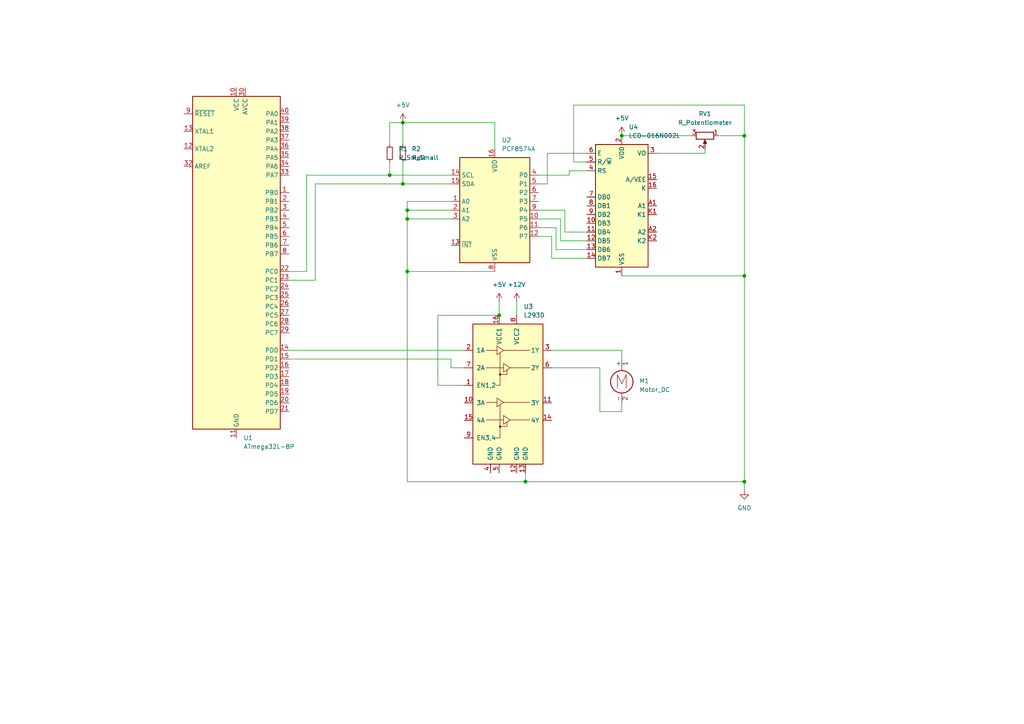
<source format=kicad_sch>
(kicad_sch (version 20211123) (generator eeschema)

  (uuid e63e39d7-6ac0-4ffd-8aa3-1841a4541b55)

  (paper "A4")

  (lib_symbols
    (symbol "Device:R_Potentiometer" (pin_names (offset 1.016) hide) (in_bom yes) (on_board yes)
      (property "Reference" "RV" (id 0) (at -4.445 0 90)
        (effects (font (size 1.27 1.27)))
      )
      (property "Value" "R_Potentiometer" (id 1) (at -2.54 0 90)
        (effects (font (size 1.27 1.27)))
      )
      (property "Footprint" "" (id 2) (at 0 0 0)
        (effects (font (size 1.27 1.27)) hide)
      )
      (property "Datasheet" "~" (id 3) (at 0 0 0)
        (effects (font (size 1.27 1.27)) hide)
      )
      (property "ki_keywords" "resistor variable" (id 4) (at 0 0 0)
        (effects (font (size 1.27 1.27)) hide)
      )
      (property "ki_description" "Potentiometer" (id 5) (at 0 0 0)
        (effects (font (size 1.27 1.27)) hide)
      )
      (property "ki_fp_filters" "Potentiometer*" (id 6) (at 0 0 0)
        (effects (font (size 1.27 1.27)) hide)
      )
      (symbol "R_Potentiometer_0_1"
        (polyline
          (pts
            (xy 2.54 0)
            (xy 1.524 0)
          )
          (stroke (width 0) (type default) (color 0 0 0 0))
          (fill (type none))
        )
        (polyline
          (pts
            (xy 1.143 0)
            (xy 2.286 0.508)
            (xy 2.286 -0.508)
            (xy 1.143 0)
          )
          (stroke (width 0) (type default) (color 0 0 0 0))
          (fill (type outline))
        )
        (rectangle (start 1.016 2.54) (end -1.016 -2.54)
          (stroke (width 0.254) (type default) (color 0 0 0 0))
          (fill (type none))
        )
      )
      (symbol "R_Potentiometer_1_1"
        (pin passive line (at 0 3.81 270) (length 1.27)
          (name "1" (effects (font (size 1.27 1.27))))
          (number "1" (effects (font (size 1.27 1.27))))
        )
        (pin passive line (at 3.81 0 180) (length 1.27)
          (name "2" (effects (font (size 1.27 1.27))))
          (number "2" (effects (font (size 1.27 1.27))))
        )
        (pin passive line (at 0 -3.81 90) (length 1.27)
          (name "3" (effects (font (size 1.27 1.27))))
          (number "3" (effects (font (size 1.27 1.27))))
        )
      )
    )
    (symbol "Device:R_Small" (pin_numbers hide) (pin_names (offset 0.254) hide) (in_bom yes) (on_board yes)
      (property "Reference" "R" (id 0) (at 0.762 0.508 0)
        (effects (font (size 1.27 1.27)) (justify left))
      )
      (property "Value" "R_Small" (id 1) (at 0.762 -1.016 0)
        (effects (font (size 1.27 1.27)) (justify left))
      )
      (property "Footprint" "" (id 2) (at 0 0 0)
        (effects (font (size 1.27 1.27)) hide)
      )
      (property "Datasheet" "~" (id 3) (at 0 0 0)
        (effects (font (size 1.27 1.27)) hide)
      )
      (property "ki_keywords" "R resistor" (id 4) (at 0 0 0)
        (effects (font (size 1.27 1.27)) hide)
      )
      (property "ki_description" "Resistor, small symbol" (id 5) (at 0 0 0)
        (effects (font (size 1.27 1.27)) hide)
      )
      (property "ki_fp_filters" "R_*" (id 6) (at 0 0 0)
        (effects (font (size 1.27 1.27)) hide)
      )
      (symbol "R_Small_0_1"
        (rectangle (start -0.762 1.778) (end 0.762 -1.778)
          (stroke (width 0.2032) (type default) (color 0 0 0 0))
          (fill (type none))
        )
      )
      (symbol "R_Small_1_1"
        (pin passive line (at 0 2.54 270) (length 0.762)
          (name "~" (effects (font (size 1.27 1.27))))
          (number "1" (effects (font (size 1.27 1.27))))
        )
        (pin passive line (at 0 -2.54 90) (length 0.762)
          (name "~" (effects (font (size 1.27 1.27))))
          (number "2" (effects (font (size 1.27 1.27))))
        )
      )
    )
    (symbol "Display_Character:LCD-016N002L" (in_bom yes) (on_board yes)
      (property "Reference" "U" (id 0) (at -6.35 18.796 0)
        (effects (font (size 1.27 1.27)))
      )
      (property "Value" "LCD-016N002L" (id 1) (at 8.636 18.796 0)
        (effects (font (size 1.27 1.27)))
      )
      (property "Footprint" "Display:LCD-016N002L" (id 2) (at 0.508 -23.368 0)
        (effects (font (size 1.27 1.27)) hide)
      )
      (property "Datasheet" "http://www.vishay.com/docs/37299/37299.pdf" (id 3) (at 12.7 -7.62 0)
        (effects (font (size 1.27 1.27)) hide)
      )
      (property "ki_keywords" "display LCD dot-matrix" (id 4) (at 0 0 0)
        (effects (font (size 1.27 1.27)) hide)
      )
      (property "ki_description" "LCD 12x2, 8 bit parallel bus, 3V or 5V VDD" (id 5) (at 0 0 0)
        (effects (font (size 1.27 1.27)) hide)
      )
      (property "ki_fp_filters" "*LCD*016N002L*" (id 6) (at 0 0 0)
        (effects (font (size 1.27 1.27)) hide)
      )
      (symbol "LCD-016N002L_1_1"
        (rectangle (start -7.62 17.78) (end 7.62 -17.78)
          (stroke (width 0.254) (type default) (color 0 0 0 0))
          (fill (type background))
        )
        (pin power_in line (at 0 -20.32 90) (length 2.54)
          (name "VSS" (effects (font (size 1.27 1.27))))
          (number "1" (effects (font (size 1.27 1.27))))
        )
        (pin bidirectional line (at -10.16 -5.08 0) (length 2.54)
          (name "DB3" (effects (font (size 1.27 1.27))))
          (number "10" (effects (font (size 1.27 1.27))))
        )
        (pin bidirectional line (at -10.16 -7.62 0) (length 2.54)
          (name "DB4" (effects (font (size 1.27 1.27))))
          (number "11" (effects (font (size 1.27 1.27))))
        )
        (pin bidirectional line (at -10.16 -10.16 0) (length 2.54)
          (name "DB5" (effects (font (size 1.27 1.27))))
          (number "12" (effects (font (size 1.27 1.27))))
        )
        (pin bidirectional line (at -10.16 -12.7 0) (length 2.54)
          (name "DB6" (effects (font (size 1.27 1.27))))
          (number "13" (effects (font (size 1.27 1.27))))
        )
        (pin bidirectional line (at -10.16 -15.24 0) (length 2.54)
          (name "DB7" (effects (font (size 1.27 1.27))))
          (number "14" (effects (font (size 1.27 1.27))))
        )
        (pin power_in line (at 10.16 7.62 180) (length 2.54)
          (name "A/VEE" (effects (font (size 1.27 1.27))))
          (number "15" (effects (font (size 1.27 1.27))))
        )
        (pin power_in line (at 10.16 5.08 180) (length 2.54)
          (name "K" (effects (font (size 1.27 1.27))))
          (number "16" (effects (font (size 1.27 1.27))))
        )
        (pin power_in line (at 0 20.32 270) (length 2.54)
          (name "VDD" (effects (font (size 1.27 1.27))))
          (number "2" (effects (font (size 1.27 1.27))))
        )
        (pin input line (at 10.16 15.24 180) (length 2.54)
          (name "VO" (effects (font (size 1.27 1.27))))
          (number "3" (effects (font (size 1.27 1.27))))
        )
        (pin input line (at -10.16 10.16 0) (length 2.54)
          (name "RS" (effects (font (size 1.27 1.27))))
          (number "4" (effects (font (size 1.27 1.27))))
        )
        (pin input line (at -10.16 12.7 0) (length 2.54)
          (name "R/~{W}" (effects (font (size 1.27 1.27))))
          (number "5" (effects (font (size 1.27 1.27))))
        )
        (pin input line (at -10.16 15.24 0) (length 2.54)
          (name "E" (effects (font (size 1.27 1.27))))
          (number "6" (effects (font (size 1.27 1.27))))
        )
        (pin bidirectional line (at -10.16 2.54 0) (length 2.54)
          (name "DB0" (effects (font (size 1.27 1.27))))
          (number "7" (effects (font (size 1.27 1.27))))
        )
        (pin bidirectional line (at -10.16 0 0) (length 2.54)
          (name "DB1" (effects (font (size 1.27 1.27))))
          (number "8" (effects (font (size 1.27 1.27))))
        )
        (pin bidirectional line (at -10.16 -2.54 0) (length 2.54)
          (name "DB2" (effects (font (size 1.27 1.27))))
          (number "9" (effects (font (size 1.27 1.27))))
        )
        (pin power_in line (at 10.16 0 180) (length 2.54)
          (name "A1" (effects (font (size 1.27 1.27))))
          (number "A1" (effects (font (size 1.27 1.27))))
        )
        (pin power_in line (at 10.16 -7.62 180) (length 2.54)
          (name "A2" (effects (font (size 1.27 1.27))))
          (number "A2" (effects (font (size 1.27 1.27))))
        )
        (pin power_in line (at 10.16 -2.54 180) (length 2.54)
          (name "K1" (effects (font (size 1.27 1.27))))
          (number "K1" (effects (font (size 1.27 1.27))))
        )
        (pin power_in line (at 10.16 -10.16 180) (length 2.54)
          (name "K2" (effects (font (size 1.27 1.27))))
          (number "K2" (effects (font (size 1.27 1.27))))
        )
      )
    )
    (symbol "Driver_Motor:L293D" (pin_names (offset 1.016)) (in_bom yes) (on_board yes)
      (property "Reference" "U" (id 0) (at -5.08 26.035 0)
        (effects (font (size 1.27 1.27)) (justify right))
      )
      (property "Value" "L293D" (id 1) (at -5.08 24.13 0)
        (effects (font (size 1.27 1.27)) (justify right))
      )
      (property "Footprint" "Package_DIP:DIP-16_W7.62mm" (id 2) (at 6.35 -19.05 0)
        (effects (font (size 1.27 1.27)) (justify left) hide)
      )
      (property "Datasheet" "http://www.ti.com/lit/ds/symlink/l293.pdf" (id 3) (at -7.62 17.78 0)
        (effects (font (size 1.27 1.27)) hide)
      )
      (property "ki_keywords" "Half-H Driver Motor" (id 4) (at 0 0 0)
        (effects (font (size 1.27 1.27)) hide)
      )
      (property "ki_description" "Quadruple Half-H Drivers" (id 5) (at 0 0 0)
        (effects (font (size 1.27 1.27)) hide)
      )
      (property "ki_fp_filters" "DIP*W7.62mm*" (id 6) (at 0 0 0)
        (effects (font (size 1.27 1.27)) hide)
      )
      (symbol "L293D_0_1"
        (rectangle (start -10.16 22.86) (end 10.16 -17.78)
          (stroke (width 0.254) (type default) (color 0 0 0 0))
          (fill (type background))
        )
        (circle (center -2.286 -6.858) (radius 0.254)
          (stroke (width 0) (type default) (color 0 0 0 0))
          (fill (type outline))
        )
        (circle (center -2.286 8.255) (radius 0.254)
          (stroke (width 0) (type default) (color 0 0 0 0))
          (fill (type outline))
        )
        (polyline
          (pts
            (xy -6.35 -4.953)
            (xy -1.27 -4.953)
          )
          (stroke (width 0) (type default) (color 0 0 0 0))
          (fill (type none))
        )
        (polyline
          (pts
            (xy -6.35 0.127)
            (xy -3.175 0.127)
          )
          (stroke (width 0) (type default) (color 0 0 0 0))
          (fill (type none))
        )
        (polyline
          (pts
            (xy -6.35 10.16)
            (xy -1.27 10.16)
          )
          (stroke (width 0) (type default) (color 0 0 0 0))
          (fill (type none))
        )
        (polyline
          (pts
            (xy -6.35 15.24)
            (xy -3.175 15.24)
          )
          (stroke (width 0) (type default) (color 0 0 0 0))
          (fill (type none))
        )
        (polyline
          (pts
            (xy -1.27 0.127)
            (xy 6.35 0.127)
          )
          (stroke (width 0) (type default) (color 0 0 0 0))
          (fill (type none))
        )
        (polyline
          (pts
            (xy -1.27 15.24)
            (xy 6.35 15.24)
          )
          (stroke (width 0) (type default) (color 0 0 0 0))
          (fill (type none))
        )
        (polyline
          (pts
            (xy 0.635 -4.953)
            (xy 6.35 -4.953)
          )
          (stroke (width 0) (type default) (color 0 0 0 0))
          (fill (type none))
        )
        (polyline
          (pts
            (xy 0.635 10.16)
            (xy 6.35 10.16)
          )
          (stroke (width 0) (type default) (color 0 0 0 0))
          (fill (type none))
        )
        (polyline
          (pts
            (xy -2.286 -6.858)
            (xy -0.254 -6.858)
            (xy -0.254 -5.588)
          )
          (stroke (width 0) (type default) (color 0 0 0 0))
          (fill (type none))
        )
        (polyline
          (pts
            (xy -2.286 -0.635)
            (xy -2.286 -10.16)
            (xy -3.556 -10.16)
          )
          (stroke (width 0) (type default) (color 0 0 0 0))
          (fill (type none))
        )
        (polyline
          (pts
            (xy -2.286 8.255)
            (xy -0.254 8.255)
            (xy -0.254 9.525)
          )
          (stroke (width 0) (type default) (color 0 0 0 0))
          (fill (type none))
        )
        (polyline
          (pts
            (xy -2.286 14.478)
            (xy -2.286 5.08)
            (xy -3.556 5.08)
          )
          (stroke (width 0) (type default) (color 0 0 0 0))
          (fill (type none))
        )
        (polyline
          (pts
            (xy -3.175 1.397)
            (xy -3.175 -1.143)
            (xy -1.27 0.127)
            (xy -3.175 1.397)
          )
          (stroke (width 0) (type default) (color 0 0 0 0))
          (fill (type none))
        )
        (polyline
          (pts
            (xy -3.175 16.51)
            (xy -3.175 13.97)
            (xy -1.27 15.24)
            (xy -3.175 16.51)
          )
          (stroke (width 0) (type default) (color 0 0 0 0))
          (fill (type none))
        )
        (polyline
          (pts
            (xy -1.27 -3.683)
            (xy -1.27 -6.223)
            (xy 0.635 -4.953)
            (xy -1.27 -3.683)
          )
          (stroke (width 0) (type default) (color 0 0 0 0))
          (fill (type none))
        )
        (polyline
          (pts
            (xy -1.27 11.43)
            (xy -1.27 8.89)
            (xy 0.635 10.16)
            (xy -1.27 11.43)
          )
          (stroke (width 0) (type default) (color 0 0 0 0))
          (fill (type none))
        )
      )
      (symbol "L293D_1_1"
        (pin input line (at -12.7 5.08 0) (length 2.54)
          (name "EN1,2" (effects (font (size 1.27 1.27))))
          (number "1" (effects (font (size 1.27 1.27))))
        )
        (pin input line (at -12.7 0 0) (length 2.54)
          (name "3A" (effects (font (size 1.27 1.27))))
          (number "10" (effects (font (size 1.27 1.27))))
        )
        (pin output line (at 12.7 0 180) (length 2.54)
          (name "3Y" (effects (font (size 1.27 1.27))))
          (number "11" (effects (font (size 1.27 1.27))))
        )
        (pin power_in line (at 2.54 -20.32 90) (length 2.54)
          (name "GND" (effects (font (size 1.27 1.27))))
          (number "12" (effects (font (size 1.27 1.27))))
        )
        (pin power_in line (at 5.08 -20.32 90) (length 2.54)
          (name "GND" (effects (font (size 1.27 1.27))))
          (number "13" (effects (font (size 1.27 1.27))))
        )
        (pin output line (at 12.7 -5.08 180) (length 2.54)
          (name "4Y" (effects (font (size 1.27 1.27))))
          (number "14" (effects (font (size 1.27 1.27))))
        )
        (pin input line (at -12.7 -5.08 0) (length 2.54)
          (name "4A" (effects (font (size 1.27 1.27))))
          (number "15" (effects (font (size 1.27 1.27))))
        )
        (pin power_in line (at -2.54 25.4 270) (length 2.54)
          (name "VCC1" (effects (font (size 1.27 1.27))))
          (number "16" (effects (font (size 1.27 1.27))))
        )
        (pin input line (at -12.7 15.24 0) (length 2.54)
          (name "1A" (effects (font (size 1.27 1.27))))
          (number "2" (effects (font (size 1.27 1.27))))
        )
        (pin output line (at 12.7 15.24 180) (length 2.54)
          (name "1Y" (effects (font (size 1.27 1.27))))
          (number "3" (effects (font (size 1.27 1.27))))
        )
        (pin power_in line (at -5.08 -20.32 90) (length 2.54)
          (name "GND" (effects (font (size 1.27 1.27))))
          (number "4" (effects (font (size 1.27 1.27))))
        )
        (pin power_in line (at -2.54 -20.32 90) (length 2.54)
          (name "GND" (effects (font (size 1.27 1.27))))
          (number "5" (effects (font (size 1.27 1.27))))
        )
        (pin output line (at 12.7 10.16 180) (length 2.54)
          (name "2Y" (effects (font (size 1.27 1.27))))
          (number "6" (effects (font (size 1.27 1.27))))
        )
        (pin input line (at -12.7 10.16 0) (length 2.54)
          (name "2A" (effects (font (size 1.27 1.27))))
          (number "7" (effects (font (size 1.27 1.27))))
        )
        (pin power_in line (at 2.54 25.4 270) (length 2.54)
          (name "VCC2" (effects (font (size 1.27 1.27))))
          (number "8" (effects (font (size 1.27 1.27))))
        )
        (pin input line (at -12.7 -10.16 0) (length 2.54)
          (name "EN3,4" (effects (font (size 1.27 1.27))))
          (number "9" (effects (font (size 1.27 1.27))))
        )
      )
    )
    (symbol "Interface_Expansion:PCF8574A" (in_bom yes) (on_board yes)
      (property "Reference" "U" (id 0) (at -8.89 16.51 0)
        (effects (font (size 1.27 1.27)) (justify left))
      )
      (property "Value" "PCF8574A" (id 1) (at 2.54 16.51 0)
        (effects (font (size 1.27 1.27)) (justify left))
      )
      (property "Footprint" "" (id 2) (at 0 0 0)
        (effects (font (size 1.27 1.27)) hide)
      )
      (property "Datasheet" "http://www.nxp.com/documents/data_sheet/PCF8574_PCF8574A.pdf" (id 3) (at 0 0 0)
        (effects (font (size 1.27 1.27)) hide)
      )
      (property "ki_keywords" "I2C Expander" (id 4) (at 0 0 0)
        (effects (font (size 1.27 1.27)) hide)
      )
      (property "ki_description" "8 Bit Port/Expander to I2C Bus, DIP/SOIC-16" (id 5) (at 0 0 0)
        (effects (font (size 1.27 1.27)) hide)
      )
      (property "ki_fp_filters" "DIP*W7.62mm* SOIC*7.5x10.3mm*P1.27mm*" (id 6) (at 0 0 0)
        (effects (font (size 1.27 1.27)) hide)
      )
      (symbol "PCF8574A_0_1"
        (rectangle (start -10.16 15.24) (end 10.16 -15.24)
          (stroke (width 0.254) (type default) (color 0 0 0 0))
          (fill (type background))
        )
      )
      (symbol "PCF8574A_1_1"
        (pin input line (at -12.7 2.54 0) (length 2.54)
          (name "A0" (effects (font (size 1.27 1.27))))
          (number "1" (effects (font (size 1.27 1.27))))
        )
        (pin bidirectional line (at 12.7 -2.54 180) (length 2.54)
          (name "P5" (effects (font (size 1.27 1.27))))
          (number "10" (effects (font (size 1.27 1.27))))
        )
        (pin bidirectional line (at 12.7 -5.08 180) (length 2.54)
          (name "P6" (effects (font (size 1.27 1.27))))
          (number "11" (effects (font (size 1.27 1.27))))
        )
        (pin bidirectional line (at 12.7 -7.62 180) (length 2.54)
          (name "P7" (effects (font (size 1.27 1.27))))
          (number "12" (effects (font (size 1.27 1.27))))
        )
        (pin open_collector output_low (at -12.7 -10.16 0) (length 2.54)
          (name "~{INT}" (effects (font (size 1.27 1.27))))
          (number "13" (effects (font (size 1.27 1.27))))
        )
        (pin input line (at -12.7 10.16 0) (length 2.54)
          (name "SCL" (effects (font (size 1.27 1.27))))
          (number "14" (effects (font (size 1.27 1.27))))
        )
        (pin bidirectional line (at -12.7 7.62 0) (length 2.54)
          (name "SDA" (effects (font (size 1.27 1.27))))
          (number "15" (effects (font (size 1.27 1.27))))
        )
        (pin power_in line (at 0 17.78 270) (length 2.54)
          (name "VDD" (effects (font (size 1.27 1.27))))
          (number "16" (effects (font (size 1.27 1.27))))
        )
        (pin input line (at -12.7 0 0) (length 2.54)
          (name "A1" (effects (font (size 1.27 1.27))))
          (number "2" (effects (font (size 1.27 1.27))))
        )
        (pin input line (at -12.7 -2.54 0) (length 2.54)
          (name "A2" (effects (font (size 1.27 1.27))))
          (number "3" (effects (font (size 1.27 1.27))))
        )
        (pin bidirectional line (at 12.7 10.16 180) (length 2.54)
          (name "P0" (effects (font (size 1.27 1.27))))
          (number "4" (effects (font (size 1.27 1.27))))
        )
        (pin bidirectional line (at 12.7 7.62 180) (length 2.54)
          (name "P1" (effects (font (size 1.27 1.27))))
          (number "5" (effects (font (size 1.27 1.27))))
        )
        (pin bidirectional line (at 12.7 5.08 180) (length 2.54)
          (name "P2" (effects (font (size 1.27 1.27))))
          (number "6" (effects (font (size 1.27 1.27))))
        )
        (pin bidirectional line (at 12.7 2.54 180) (length 2.54)
          (name "P3" (effects (font (size 1.27 1.27))))
          (number "7" (effects (font (size 1.27 1.27))))
        )
        (pin power_in line (at 0 -17.78 90) (length 2.54)
          (name "VSS" (effects (font (size 1.27 1.27))))
          (number "8" (effects (font (size 1.27 1.27))))
        )
        (pin bidirectional line (at 12.7 0 180) (length 2.54)
          (name "P4" (effects (font (size 1.27 1.27))))
          (number "9" (effects (font (size 1.27 1.27))))
        )
      )
    )
    (symbol "MCU_Microchip_ATmega:ATmega32L-8P" (in_bom yes) (on_board yes)
      (property "Reference" "U" (id 0) (at -12.7 49.53 0)
        (effects (font (size 1.27 1.27)) (justify left bottom))
      )
      (property "Value" "ATmega32L-8P" (id 1) (at 2.54 -49.53 0)
        (effects (font (size 1.27 1.27)) (justify left top))
      )
      (property "Footprint" "Package_DIP:DIP-40_W15.24mm" (id 2) (at 0 0 0)
        (effects (font (size 1.27 1.27) italic) hide)
      )
      (property "Datasheet" "http://ww1.microchip.com/downloads/en/DeviceDoc/doc2503.pdf" (id 3) (at 0 0 0)
        (effects (font (size 1.27 1.27)) hide)
      )
      (property "ki_keywords" "AVR 8bit Microcontroller MegaAVR" (id 4) (at 0 0 0)
        (effects (font (size 1.27 1.27)) hide)
      )
      (property "ki_description" "8MHz, 32kB Flash, 2kB SRAM, 1kB EEPROM, JTAG, DIP-40" (id 5) (at 0 0 0)
        (effects (font (size 1.27 1.27)) hide)
      )
      (property "ki_fp_filters" "DIP*W15.24mm*" (id 6) (at 0 0 0)
        (effects (font (size 1.27 1.27)) hide)
      )
      (symbol "ATmega32L-8P_0_1"
        (rectangle (start -12.7 -48.26) (end 12.7 48.26)
          (stroke (width 0.254) (type default) (color 0 0 0 0))
          (fill (type background))
        )
      )
      (symbol "ATmega32L-8P_1_1"
        (pin bidirectional line (at 15.24 20.32 180) (length 2.54)
          (name "PB0" (effects (font (size 1.27 1.27))))
          (number "1" (effects (font (size 1.27 1.27))))
        )
        (pin power_in line (at 0 50.8 270) (length 2.54)
          (name "VCC" (effects (font (size 1.27 1.27))))
          (number "10" (effects (font (size 1.27 1.27))))
        )
        (pin power_in line (at 0 -50.8 90) (length 2.54)
          (name "GND" (effects (font (size 1.27 1.27))))
          (number "11" (effects (font (size 1.27 1.27))))
        )
        (pin output line (at -15.24 33.02 0) (length 2.54)
          (name "XTAL2" (effects (font (size 1.27 1.27))))
          (number "12" (effects (font (size 1.27 1.27))))
        )
        (pin input line (at -15.24 38.1 0) (length 2.54)
          (name "XTAL1" (effects (font (size 1.27 1.27))))
          (number "13" (effects (font (size 1.27 1.27))))
        )
        (pin bidirectional line (at 15.24 -25.4 180) (length 2.54)
          (name "PD0" (effects (font (size 1.27 1.27))))
          (number "14" (effects (font (size 1.27 1.27))))
        )
        (pin bidirectional line (at 15.24 -27.94 180) (length 2.54)
          (name "PD1" (effects (font (size 1.27 1.27))))
          (number "15" (effects (font (size 1.27 1.27))))
        )
        (pin bidirectional line (at 15.24 -30.48 180) (length 2.54)
          (name "PD2" (effects (font (size 1.27 1.27))))
          (number "16" (effects (font (size 1.27 1.27))))
        )
        (pin bidirectional line (at 15.24 -33.02 180) (length 2.54)
          (name "PD3" (effects (font (size 1.27 1.27))))
          (number "17" (effects (font (size 1.27 1.27))))
        )
        (pin bidirectional line (at 15.24 -35.56 180) (length 2.54)
          (name "PD4" (effects (font (size 1.27 1.27))))
          (number "18" (effects (font (size 1.27 1.27))))
        )
        (pin bidirectional line (at 15.24 -38.1 180) (length 2.54)
          (name "PD5" (effects (font (size 1.27 1.27))))
          (number "19" (effects (font (size 1.27 1.27))))
        )
        (pin bidirectional line (at 15.24 17.78 180) (length 2.54)
          (name "PB1" (effects (font (size 1.27 1.27))))
          (number "2" (effects (font (size 1.27 1.27))))
        )
        (pin bidirectional line (at 15.24 -40.64 180) (length 2.54)
          (name "PD6" (effects (font (size 1.27 1.27))))
          (number "20" (effects (font (size 1.27 1.27))))
        )
        (pin bidirectional line (at 15.24 -43.18 180) (length 2.54)
          (name "PD7" (effects (font (size 1.27 1.27))))
          (number "21" (effects (font (size 1.27 1.27))))
        )
        (pin bidirectional line (at 15.24 -2.54 180) (length 2.54)
          (name "PC0" (effects (font (size 1.27 1.27))))
          (number "22" (effects (font (size 1.27 1.27))))
        )
        (pin bidirectional line (at 15.24 -5.08 180) (length 2.54)
          (name "PC1" (effects (font (size 1.27 1.27))))
          (number "23" (effects (font (size 1.27 1.27))))
        )
        (pin bidirectional line (at 15.24 -7.62 180) (length 2.54)
          (name "PC2" (effects (font (size 1.27 1.27))))
          (number "24" (effects (font (size 1.27 1.27))))
        )
        (pin bidirectional line (at 15.24 -10.16 180) (length 2.54)
          (name "PC3" (effects (font (size 1.27 1.27))))
          (number "25" (effects (font (size 1.27 1.27))))
        )
        (pin bidirectional line (at 15.24 -12.7 180) (length 2.54)
          (name "PC4" (effects (font (size 1.27 1.27))))
          (number "26" (effects (font (size 1.27 1.27))))
        )
        (pin bidirectional line (at 15.24 -15.24 180) (length 2.54)
          (name "PC5" (effects (font (size 1.27 1.27))))
          (number "27" (effects (font (size 1.27 1.27))))
        )
        (pin bidirectional line (at 15.24 -17.78 180) (length 2.54)
          (name "PC6" (effects (font (size 1.27 1.27))))
          (number "28" (effects (font (size 1.27 1.27))))
        )
        (pin bidirectional line (at 15.24 -20.32 180) (length 2.54)
          (name "PC7" (effects (font (size 1.27 1.27))))
          (number "29" (effects (font (size 1.27 1.27))))
        )
        (pin bidirectional line (at 15.24 15.24 180) (length 2.54)
          (name "PB2" (effects (font (size 1.27 1.27))))
          (number "3" (effects (font (size 1.27 1.27))))
        )
        (pin power_in line (at 2.54 50.8 270) (length 2.54)
          (name "AVCC" (effects (font (size 1.27 1.27))))
          (number "30" (effects (font (size 1.27 1.27))))
        )
        (pin passive line (at 0 -50.8 90) (length 2.54) hide
          (name "GND" (effects (font (size 1.27 1.27))))
          (number "31" (effects (font (size 1.27 1.27))))
        )
        (pin passive line (at -15.24 27.94 0) (length 2.54)
          (name "AREF" (effects (font (size 1.27 1.27))))
          (number "32" (effects (font (size 1.27 1.27))))
        )
        (pin bidirectional line (at 15.24 25.4 180) (length 2.54)
          (name "PA7" (effects (font (size 1.27 1.27))))
          (number "33" (effects (font (size 1.27 1.27))))
        )
        (pin bidirectional line (at 15.24 27.94 180) (length 2.54)
          (name "PA6" (effects (font (size 1.27 1.27))))
          (number "34" (effects (font (size 1.27 1.27))))
        )
        (pin bidirectional line (at 15.24 30.48 180) (length 2.54)
          (name "PA5" (effects (font (size 1.27 1.27))))
          (number "35" (effects (font (size 1.27 1.27))))
        )
        (pin bidirectional line (at 15.24 33.02 180) (length 2.54)
          (name "PA4" (effects (font (size 1.27 1.27))))
          (number "36" (effects (font (size 1.27 1.27))))
        )
        (pin bidirectional line (at 15.24 35.56 180) (length 2.54)
          (name "PA3" (effects (font (size 1.27 1.27))))
          (number "37" (effects (font (size 1.27 1.27))))
        )
        (pin bidirectional line (at 15.24 38.1 180) (length 2.54)
          (name "PA2" (effects (font (size 1.27 1.27))))
          (number "38" (effects (font (size 1.27 1.27))))
        )
        (pin bidirectional line (at 15.24 40.64 180) (length 2.54)
          (name "PA1" (effects (font (size 1.27 1.27))))
          (number "39" (effects (font (size 1.27 1.27))))
        )
        (pin bidirectional line (at 15.24 12.7 180) (length 2.54)
          (name "PB3" (effects (font (size 1.27 1.27))))
          (number "4" (effects (font (size 1.27 1.27))))
        )
        (pin bidirectional line (at 15.24 43.18 180) (length 2.54)
          (name "PA0" (effects (font (size 1.27 1.27))))
          (number "40" (effects (font (size 1.27 1.27))))
        )
        (pin bidirectional line (at 15.24 10.16 180) (length 2.54)
          (name "PB4" (effects (font (size 1.27 1.27))))
          (number "5" (effects (font (size 1.27 1.27))))
        )
        (pin bidirectional line (at 15.24 7.62 180) (length 2.54)
          (name "PB5" (effects (font (size 1.27 1.27))))
          (number "6" (effects (font (size 1.27 1.27))))
        )
        (pin bidirectional line (at 15.24 5.08 180) (length 2.54)
          (name "PB6" (effects (font (size 1.27 1.27))))
          (number "7" (effects (font (size 1.27 1.27))))
        )
        (pin bidirectional line (at 15.24 2.54 180) (length 2.54)
          (name "PB7" (effects (font (size 1.27 1.27))))
          (number "8" (effects (font (size 1.27 1.27))))
        )
        (pin input line (at -15.24 43.18 0) (length 2.54)
          (name "~{RESET}" (effects (font (size 1.27 1.27))))
          (number "9" (effects (font (size 1.27 1.27))))
        )
      )
    )
    (symbol "Motor:Motor_DC" (pin_names (offset 0)) (in_bom yes) (on_board yes)
      (property "Reference" "M" (id 0) (at 2.54 2.54 0)
        (effects (font (size 1.27 1.27)) (justify left))
      )
      (property "Value" "Motor_DC" (id 1) (at 2.54 -5.08 0)
        (effects (font (size 1.27 1.27)) (justify left top))
      )
      (property "Footprint" "" (id 2) (at 0 -2.286 0)
        (effects (font (size 1.27 1.27)) hide)
      )
      (property "Datasheet" "~" (id 3) (at 0 -2.286 0)
        (effects (font (size 1.27 1.27)) hide)
      )
      (property "ki_keywords" "DC Motor" (id 4) (at 0 0 0)
        (effects (font (size 1.27 1.27)) hide)
      )
      (property "ki_description" "DC Motor" (id 5) (at 0 0 0)
        (effects (font (size 1.27 1.27)) hide)
      )
      (property "ki_fp_filters" "PinHeader*P2.54mm* TerminalBlock*" (id 6) (at 0 0 0)
        (effects (font (size 1.27 1.27)) hide)
      )
      (symbol "Motor_DC_0_0"
        (polyline
          (pts
            (xy -1.27 -3.302)
            (xy -1.27 0.508)
            (xy 0 -2.032)
            (xy 1.27 0.508)
            (xy 1.27 -3.302)
          )
          (stroke (width 0) (type default) (color 0 0 0 0))
          (fill (type none))
        )
      )
      (symbol "Motor_DC_0_1"
        (circle (center 0 -1.524) (radius 3.2512)
          (stroke (width 0.254) (type default) (color 0 0 0 0))
          (fill (type none))
        )
        (polyline
          (pts
            (xy 0 -7.62)
            (xy 0 -7.112)
          )
          (stroke (width 0) (type default) (color 0 0 0 0))
          (fill (type none))
        )
        (polyline
          (pts
            (xy 0 -4.7752)
            (xy 0 -5.1816)
          )
          (stroke (width 0) (type default) (color 0 0 0 0))
          (fill (type none))
        )
        (polyline
          (pts
            (xy 0 1.7272)
            (xy 0 2.0828)
          )
          (stroke (width 0) (type default) (color 0 0 0 0))
          (fill (type none))
        )
        (polyline
          (pts
            (xy 0 2.032)
            (xy 0 2.54)
          )
          (stroke (width 0) (type default) (color 0 0 0 0))
          (fill (type none))
        )
      )
      (symbol "Motor_DC_1_1"
        (pin passive line (at 0 5.08 270) (length 2.54)
          (name "+" (effects (font (size 1.27 1.27))))
          (number "1" (effects (font (size 1.27 1.27))))
        )
        (pin passive line (at 0 -7.62 90) (length 2.54)
          (name "-" (effects (font (size 1.27 1.27))))
          (number "2" (effects (font (size 1.27 1.27))))
        )
      )
    )
    (symbol "power:+12V" (power) (pin_names (offset 0)) (in_bom yes) (on_board yes)
      (property "Reference" "#PWR" (id 0) (at 0 -3.81 0)
        (effects (font (size 1.27 1.27)) hide)
      )
      (property "Value" "+12V" (id 1) (at 0 3.556 0)
        (effects (font (size 1.27 1.27)))
      )
      (property "Footprint" "" (id 2) (at 0 0 0)
        (effects (font (size 1.27 1.27)) hide)
      )
      (property "Datasheet" "" (id 3) (at 0 0 0)
        (effects (font (size 1.27 1.27)) hide)
      )
      (property "ki_keywords" "power-flag" (id 4) (at 0 0 0)
        (effects (font (size 1.27 1.27)) hide)
      )
      (property "ki_description" "Power symbol creates a global label with name \"+12V\"" (id 5) (at 0 0 0)
        (effects (font (size 1.27 1.27)) hide)
      )
      (symbol "+12V_0_1"
        (polyline
          (pts
            (xy -0.762 1.27)
            (xy 0 2.54)
          )
          (stroke (width 0) (type default) (color 0 0 0 0))
          (fill (type none))
        )
        (polyline
          (pts
            (xy 0 0)
            (xy 0 2.54)
          )
          (stroke (width 0) (type default) (color 0 0 0 0))
          (fill (type none))
        )
        (polyline
          (pts
            (xy 0 2.54)
            (xy 0.762 1.27)
          )
          (stroke (width 0) (type default) (color 0 0 0 0))
          (fill (type none))
        )
      )
      (symbol "+12V_1_1"
        (pin power_in line (at 0 0 90) (length 0) hide
          (name "+12V" (effects (font (size 1.27 1.27))))
          (number "1" (effects (font (size 1.27 1.27))))
        )
      )
    )
    (symbol "power:+5V" (power) (pin_names (offset 0)) (in_bom yes) (on_board yes)
      (property "Reference" "#PWR" (id 0) (at 0 -3.81 0)
        (effects (font (size 1.27 1.27)) hide)
      )
      (property "Value" "+5V" (id 1) (at 0 3.556 0)
        (effects (font (size 1.27 1.27)))
      )
      (property "Footprint" "" (id 2) (at 0 0 0)
        (effects (font (size 1.27 1.27)) hide)
      )
      (property "Datasheet" "" (id 3) (at 0 0 0)
        (effects (font (size 1.27 1.27)) hide)
      )
      (property "ki_keywords" "power-flag" (id 4) (at 0 0 0)
        (effects (font (size 1.27 1.27)) hide)
      )
      (property "ki_description" "Power symbol creates a global label with name \"+5V\"" (id 5) (at 0 0 0)
        (effects (font (size 1.27 1.27)) hide)
      )
      (symbol "+5V_0_1"
        (polyline
          (pts
            (xy -0.762 1.27)
            (xy 0 2.54)
          )
          (stroke (width 0) (type default) (color 0 0 0 0))
          (fill (type none))
        )
        (polyline
          (pts
            (xy 0 0)
            (xy 0 2.54)
          )
          (stroke (width 0) (type default) (color 0 0 0 0))
          (fill (type none))
        )
        (polyline
          (pts
            (xy 0 2.54)
            (xy 0.762 1.27)
          )
          (stroke (width 0) (type default) (color 0 0 0 0))
          (fill (type none))
        )
      )
      (symbol "+5V_1_1"
        (pin power_in line (at 0 0 90) (length 0) hide
          (name "+5V" (effects (font (size 1.27 1.27))))
          (number "1" (effects (font (size 1.27 1.27))))
        )
      )
    )
    (symbol "power:GND" (power) (pin_names (offset 0)) (in_bom yes) (on_board yes)
      (property "Reference" "#PWR" (id 0) (at 0 -6.35 0)
        (effects (font (size 1.27 1.27)) hide)
      )
      (property "Value" "GND" (id 1) (at 0 -3.81 0)
        (effects (font (size 1.27 1.27)))
      )
      (property "Footprint" "" (id 2) (at 0 0 0)
        (effects (font (size 1.27 1.27)) hide)
      )
      (property "Datasheet" "" (id 3) (at 0 0 0)
        (effects (font (size 1.27 1.27)) hide)
      )
      (property "ki_keywords" "power-flag" (id 4) (at 0 0 0)
        (effects (font (size 1.27 1.27)) hide)
      )
      (property "ki_description" "Power symbol creates a global label with name \"GND\" , ground" (id 5) (at 0 0 0)
        (effects (font (size 1.27 1.27)) hide)
      )
      (symbol "GND_0_1"
        (polyline
          (pts
            (xy 0 0)
            (xy 0 -1.27)
            (xy 1.27 -1.27)
            (xy 0 -2.54)
            (xy -1.27 -1.27)
            (xy 0 -1.27)
          )
          (stroke (width 0) (type default) (color 0 0 0 0))
          (fill (type none))
        )
      )
      (symbol "GND_1_1"
        (pin power_in line (at 0 0 270) (length 0) hide
          (name "GND" (effects (font (size 1.27 1.27))))
          (number "1" (effects (font (size 1.27 1.27))))
        )
      )
    )
  )

  (junction (at 180.34 39.37) (diameter 0) (color 0 0 0 0)
    (uuid 04e71222-1469-4068-99f7-af4236451d84)
  )
  (junction (at 215.9 39.37) (diameter 0) (color 0 0 0 0)
    (uuid 0ecb24eb-a7bb-472b-9aef-c14f278963be)
  )
  (junction (at 144.78 91.44) (diameter 0) (color 0 0 0 0)
    (uuid 1cf09d7b-6e21-43b7-b0cb-884540d8729f)
  )
  (junction (at 118.11 63.5) (diameter 0) (color 0 0 0 0)
    (uuid 22bb6bcd-3534-444a-9ea1-a03dec7a1100)
  )
  (junction (at 116.84 53.34) (diameter 0) (color 0 0 0 0)
    (uuid 2c41dc08-e02f-47a1-932f-e065f63906ca)
  )
  (junction (at 116.84 35.56) (diameter 0) (color 0 0 0 0)
    (uuid 320332e3-e3b0-42b2-bab5-6af695a36e6b)
  )
  (junction (at 152.4 139.7) (diameter 0) (color 0 0 0 0)
    (uuid 3a5416bd-3338-49c8-8847-b7f58033364f)
  )
  (junction (at 113.03 50.8) (diameter 0) (color 0 0 0 0)
    (uuid 3c788597-4a45-4748-8109-6cd36fe14912)
  )
  (junction (at 215.9 139.7) (diameter 0) (color 0 0 0 0)
    (uuid 6c5f9a1c-6988-45fe-a759-8fdfb1bb8241)
  )
  (junction (at 118.11 78.74) (diameter 0) (color 0 0 0 0)
    (uuid 9b64de47-7748-4a9a-aee2-97c67f552e2f)
  )
  (junction (at 118.11 60.96) (diameter 0) (color 0 0 0 0)
    (uuid be786eb3-cf9e-45ea-8a22-beb5b1f8f576)
  )
  (junction (at 215.9 80.01) (diameter 0) (color 0 0 0 0)
    (uuid d6d63e09-315e-473d-938e-d2fae58cb5ac)
  )

  (wire (pts (xy 173.99 119.38) (xy 180.34 119.38))
    (stroke (width 0) (type default) (color 0 0 0 0))
    (uuid 02746e2e-2330-4dc0-bef8-b7b06f2e43cb)
  )
  (wire (pts (xy 160.02 106.68) (xy 173.99 106.68))
    (stroke (width 0) (type default) (color 0 0 0 0))
    (uuid 04d30609-765a-4223-bd0c-68fbf2acae6c)
  )
  (wire (pts (xy 113.03 35.56) (xy 116.84 35.56))
    (stroke (width 0) (type default) (color 0 0 0 0))
    (uuid 0e9590d3-0dce-491f-b129-108042b21d9d)
  )
  (wire (pts (xy 204.47 44.45) (xy 204.47 43.18))
    (stroke (width 0) (type default) (color 0 0 0 0))
    (uuid 1852ae3e-f2bb-4822-88d0-83cc3056c068)
  )
  (wire (pts (xy 118.11 60.96) (xy 118.11 63.5))
    (stroke (width 0) (type default) (color 0 0 0 0))
    (uuid 1980dc90-adfa-43fa-8477-d8fc893a31fb)
  )
  (wire (pts (xy 116.84 35.56) (xy 116.84 41.91))
    (stroke (width 0) (type default) (color 0 0 0 0))
    (uuid 1cb8493a-cfb1-49cf-95b0-24a095f6c11f)
  )
  (wire (pts (xy 127 111.76) (xy 127 91.44))
    (stroke (width 0) (type default) (color 0 0 0 0))
    (uuid 1f92517a-a160-44ec-8482-6cce3155e0e9)
  )
  (wire (pts (xy 190.5 44.45) (xy 204.47 44.45))
    (stroke (width 0) (type default) (color 0 0 0 0))
    (uuid 203e0574-4946-4b33-aeae-e13e8b079f4e)
  )
  (wire (pts (xy 156.21 66.04) (xy 161.29 66.04))
    (stroke (width 0) (type default) (color 0 0 0 0))
    (uuid 2521d0f0-b142-470e-a982-e17efe4e691f)
  )
  (wire (pts (xy 130.81 60.96) (xy 118.11 60.96))
    (stroke (width 0) (type default) (color 0 0 0 0))
    (uuid 2b8fe280-5f0e-438f-bf9f-3aecc2847bb8)
  )
  (wire (pts (xy 215.9 39.37) (xy 215.9 80.01))
    (stroke (width 0) (type default) (color 0 0 0 0))
    (uuid 3010bd92-9bc0-4242-bb94-f25a87288587)
  )
  (wire (pts (xy 130.81 63.5) (xy 118.11 63.5))
    (stroke (width 0) (type default) (color 0 0 0 0))
    (uuid 30cd8754-5a38-4a0a-9275-6282bb2c6bc4)
  )
  (wire (pts (xy 161.29 72.39) (xy 170.18 72.39))
    (stroke (width 0) (type default) (color 0 0 0 0))
    (uuid 30ef7cca-cdee-4075-bfbb-8859df3d6aa3)
  )
  (wire (pts (xy 156.21 60.96) (xy 163.83 60.96))
    (stroke (width 0) (type default) (color 0 0 0 0))
    (uuid 3174c8a1-f2ec-4f06-8bfa-b6d40d30d430)
  )
  (wire (pts (xy 118.11 139.7) (xy 152.4 139.7))
    (stroke (width 0) (type default) (color 0 0 0 0))
    (uuid 317dfa90-c089-46b2-a675-fc915b17b6f6)
  )
  (wire (pts (xy 162.56 63.5) (xy 162.56 69.85))
    (stroke (width 0) (type default) (color 0 0 0 0))
    (uuid 3242e8fe-071e-453d-8b60-23d55595808d)
  )
  (wire (pts (xy 152.4 139.7) (xy 152.4 137.16))
    (stroke (width 0) (type default) (color 0 0 0 0))
    (uuid 32f0a403-cfdc-42e8-87e5-d666aff8c044)
  )
  (wire (pts (xy 116.84 53.34) (xy 130.81 53.34))
    (stroke (width 0) (type default) (color 0 0 0 0))
    (uuid 369ff0bb-926d-4d12-9c5d-9fe328711cc4)
  )
  (wire (pts (xy 156.21 50.8) (xy 165.1 50.8))
    (stroke (width 0) (type default) (color 0 0 0 0))
    (uuid 39dfcc95-5a6d-4987-a05e-ce056d625d10)
  )
  (wire (pts (xy 91.44 53.34) (xy 116.84 53.34))
    (stroke (width 0) (type default) (color 0 0 0 0))
    (uuid 40132ed2-bbf0-44d3-a2ac-f098513e7fe1)
  )
  (wire (pts (xy 83.82 81.28) (xy 91.44 81.28))
    (stroke (width 0) (type default) (color 0 0 0 0))
    (uuid 40dc5062-01d4-4afd-b723-3edbebf43d5d)
  )
  (wire (pts (xy 156.21 63.5) (xy 162.56 63.5))
    (stroke (width 0) (type default) (color 0 0 0 0))
    (uuid 43f83e34-9c13-48d3-957b-244bc7fab3a9)
  )
  (wire (pts (xy 215.9 80.01) (xy 215.9 139.7))
    (stroke (width 0) (type default) (color 0 0 0 0))
    (uuid 45279c1e-ec49-410f-88c2-2dab3180e09c)
  )
  (wire (pts (xy 158.75 44.45) (xy 170.18 44.45))
    (stroke (width 0) (type default) (color 0 0 0 0))
    (uuid 4848bfef-8d8f-406b-a025-f4f77ca61ae7)
  )
  (wire (pts (xy 160.02 74.93) (xy 170.18 74.93))
    (stroke (width 0) (type default) (color 0 0 0 0))
    (uuid 48973792-8360-48bb-968e-746c1610068b)
  )
  (wire (pts (xy 127 91.44) (xy 144.78 91.44))
    (stroke (width 0) (type default) (color 0 0 0 0))
    (uuid 51d2fb56-2482-4768-b477-2919ca5e3ff0)
  )
  (wire (pts (xy 156.21 53.34) (xy 158.75 53.34))
    (stroke (width 0) (type default) (color 0 0 0 0))
    (uuid 53bbcfdd-728c-4b1c-891d-759e34ac482f)
  )
  (wire (pts (xy 88.9 78.74) (xy 88.9 50.8))
    (stroke (width 0) (type default) (color 0 0 0 0))
    (uuid 5ab4b354-a105-4aae-84c2-f119826bd935)
  )
  (wire (pts (xy 180.34 101.6) (xy 180.34 104.14))
    (stroke (width 0) (type default) (color 0 0 0 0))
    (uuid 5f180862-628b-4de9-804c-8ea51648b987)
  )
  (wire (pts (xy 116.84 35.56) (xy 143.51 35.56))
    (stroke (width 0) (type default) (color 0 0 0 0))
    (uuid 60921a80-0cd3-46ed-96e7-5c3e812ee8a3)
  )
  (wire (pts (xy 113.03 41.91) (xy 113.03 35.56))
    (stroke (width 0) (type default) (color 0 0 0 0))
    (uuid 71f7acac-2095-4173-87fb-7bfb81a22aa2)
  )
  (wire (pts (xy 134.62 111.76) (xy 127 111.76))
    (stroke (width 0) (type default) (color 0 0 0 0))
    (uuid 72c76714-b077-43dd-95d8-93bdbb327e05)
  )
  (wire (pts (xy 118.11 63.5) (xy 118.11 78.74))
    (stroke (width 0) (type default) (color 0 0 0 0))
    (uuid 745f711a-2c04-4383-95b2-da4409fc9df6)
  )
  (wire (pts (xy 113.03 50.8) (xy 130.81 50.8))
    (stroke (width 0) (type default) (color 0 0 0 0))
    (uuid 782b8c45-eb96-421f-855a-f66499bcad0e)
  )
  (wire (pts (xy 118.11 78.74) (xy 118.11 139.7))
    (stroke (width 0) (type default) (color 0 0 0 0))
    (uuid 7c3e0bfc-9c4f-4fee-bea0-8dadb62915ca)
  )
  (wire (pts (xy 143.51 35.56) (xy 143.51 43.18))
    (stroke (width 0) (type default) (color 0 0 0 0))
    (uuid 828161ab-a090-4a9b-bd1b-253dd3f1a4fa)
  )
  (wire (pts (xy 83.82 101.6) (xy 134.62 101.6))
    (stroke (width 0) (type default) (color 0 0 0 0))
    (uuid 83faa0eb-1191-42c7-8b7e-046a3985374c)
  )
  (wire (pts (xy 83.82 104.14) (xy 130.81 104.14))
    (stroke (width 0) (type default) (color 0 0 0 0))
    (uuid 85b2bfc9-7e8e-4c8d-9249-1480bb828446)
  )
  (wire (pts (xy 130.81 106.68) (xy 134.62 106.68))
    (stroke (width 0) (type default) (color 0 0 0 0))
    (uuid 876681eb-30ff-46c3-b0b7-0b6a7582ce65)
  )
  (wire (pts (xy 215.9 30.48) (xy 215.9 39.37))
    (stroke (width 0) (type default) (color 0 0 0 0))
    (uuid 9506f13c-ddfe-4652-9daa-0514ce69faaa)
  )
  (wire (pts (xy 118.11 78.74) (xy 143.51 78.74))
    (stroke (width 0) (type default) (color 0 0 0 0))
    (uuid 98ba3a4c-5129-4767-9909-fddc5c6a3824)
  )
  (wire (pts (xy 180.34 39.37) (xy 200.66 39.37))
    (stroke (width 0) (type default) (color 0 0 0 0))
    (uuid 998b8d29-79e5-4f25-ad0d-34f31dd14f77)
  )
  (wire (pts (xy 160.02 101.6) (xy 180.34 101.6))
    (stroke (width 0) (type default) (color 0 0 0 0))
    (uuid 9c8c8b90-0c5c-40e5-a82d-46faaef077db)
  )
  (wire (pts (xy 180.34 119.38) (xy 180.34 116.84))
    (stroke (width 0) (type default) (color 0 0 0 0))
    (uuid 9ec274ba-3921-4d50-954e-4219c0be3599)
  )
  (wire (pts (xy 156.21 68.58) (xy 160.02 68.58))
    (stroke (width 0) (type default) (color 0 0 0 0))
    (uuid a1433041-13b5-4d2c-b0b5-7bbbd1660d5c)
  )
  (wire (pts (xy 163.83 60.96) (xy 163.83 67.31))
    (stroke (width 0) (type default) (color 0 0 0 0))
    (uuid a1d9973e-c86d-47c9-9070-e2c5e4ad888d)
  )
  (wire (pts (xy 165.1 50.8) (xy 165.1 49.53))
    (stroke (width 0) (type default) (color 0 0 0 0))
    (uuid b0896365-9965-4303-b601-ab1270a33206)
  )
  (wire (pts (xy 130.81 104.14) (xy 130.81 106.68))
    (stroke (width 0) (type default) (color 0 0 0 0))
    (uuid b0f526e8-453b-42d9-8a7b-e0d5738df104)
  )
  (wire (pts (xy 144.78 87.63) (xy 144.78 91.44))
    (stroke (width 0) (type default) (color 0 0 0 0))
    (uuid b50b6c77-4c77-43ac-95b1-d472fd943891)
  )
  (wire (pts (xy 161.29 66.04) (xy 161.29 72.39))
    (stroke (width 0) (type default) (color 0 0 0 0))
    (uuid b8bf2edf-8c80-4bd4-877c-489ed3683135)
  )
  (wire (pts (xy 88.9 50.8) (xy 113.03 50.8))
    (stroke (width 0) (type default) (color 0 0 0 0))
    (uuid b9dd658e-e177-428e-9914-036a79ae9496)
  )
  (wire (pts (xy 91.44 81.28) (xy 91.44 53.34))
    (stroke (width 0) (type default) (color 0 0 0 0))
    (uuid bb1586a4-a595-4609-b709-c5a42691b269)
  )
  (wire (pts (xy 173.99 106.68) (xy 173.99 119.38))
    (stroke (width 0) (type default) (color 0 0 0 0))
    (uuid bb79a320-a6c6-4bdf-9a35-375f003e8bbb)
  )
  (wire (pts (xy 160.02 68.58) (xy 160.02 74.93))
    (stroke (width 0) (type default) (color 0 0 0 0))
    (uuid c1f9e59a-d4eb-4cb0-b27b-4d02ac9893cb)
  )
  (wire (pts (xy 152.4 139.7) (xy 215.9 139.7))
    (stroke (width 0) (type default) (color 0 0 0 0))
    (uuid c3a4054d-5eaf-41bb-8af4-8b3511cf8afc)
  )
  (wire (pts (xy 170.18 46.99) (xy 166.37 46.99))
    (stroke (width 0) (type default) (color 0 0 0 0))
    (uuid c3b2004c-6652-4b45-8bb2-41cb1e904b10)
  )
  (wire (pts (xy 113.03 46.99) (xy 113.03 50.8))
    (stroke (width 0) (type default) (color 0 0 0 0))
    (uuid c5197ff6-6224-41bb-8036-995048d5ef05)
  )
  (wire (pts (xy 118.11 58.42) (xy 118.11 60.96))
    (stroke (width 0) (type default) (color 0 0 0 0))
    (uuid c57f90dd-840e-46eb-aab6-d95d5533765e)
  )
  (wire (pts (xy 165.1 49.53) (xy 170.18 49.53))
    (stroke (width 0) (type default) (color 0 0 0 0))
    (uuid c85a30cd-7820-4060-a4c2-50ec142d23a1)
  )
  (wire (pts (xy 215.9 139.7) (xy 215.9 142.24))
    (stroke (width 0) (type default) (color 0 0 0 0))
    (uuid ca2fb944-dcf7-4691-a6f5-68442acbf473)
  )
  (wire (pts (xy 208.28 39.37) (xy 215.9 39.37))
    (stroke (width 0) (type default) (color 0 0 0 0))
    (uuid ca3a8f76-91a2-42fa-85dd-294f93d80c77)
  )
  (wire (pts (xy 130.81 58.42) (xy 118.11 58.42))
    (stroke (width 0) (type default) (color 0 0 0 0))
    (uuid cb825356-647d-4c18-879e-82ce296dfbc3)
  )
  (wire (pts (xy 166.37 30.48) (xy 215.9 30.48))
    (stroke (width 0) (type default) (color 0 0 0 0))
    (uuid ce1f299e-4ed7-433e-86f3-9d8969862831)
  )
  (wire (pts (xy 83.82 78.74) (xy 88.9 78.74))
    (stroke (width 0) (type default) (color 0 0 0 0))
    (uuid d48cdc40-5a8f-4b47-b9cb-a2a40162f0db)
  )
  (wire (pts (xy 149.86 87.63) (xy 149.86 91.44))
    (stroke (width 0) (type default) (color 0 0 0 0))
    (uuid d56a7cf8-db69-45ce-a924-ed6964439fb4)
  )
  (wire (pts (xy 162.56 69.85) (xy 170.18 69.85))
    (stroke (width 0) (type default) (color 0 0 0 0))
    (uuid d852d4ee-0fbe-40e5-9cd2-facf49e94f0e)
  )
  (wire (pts (xy 158.75 53.34) (xy 158.75 44.45))
    (stroke (width 0) (type default) (color 0 0 0 0))
    (uuid d8f76f48-be08-432a-ba04-7fc13b308ec8)
  )
  (wire (pts (xy 180.34 80.01) (xy 215.9 80.01))
    (stroke (width 0) (type default) (color 0 0 0 0))
    (uuid e1b91ddc-33d3-4d4d-8c25-d116e5ba43e0)
  )
  (wire (pts (xy 163.83 67.31) (xy 170.18 67.31))
    (stroke (width 0) (type default) (color 0 0 0 0))
    (uuid e6e66b1b-33d5-41ae-8f3e-d686540e4bed)
  )
  (wire (pts (xy 166.37 46.99) (xy 166.37 30.48))
    (stroke (width 0) (type default) (color 0 0 0 0))
    (uuid e71be94d-12d3-4a23-90ef-bcc8f577b054)
  )
  (wire (pts (xy 116.84 46.99) (xy 116.84 53.34))
    (stroke (width 0) (type default) (color 0 0 0 0))
    (uuid f97f2609-f80d-43e3-b3a9-9cac87c34fe8)
  )

  (symbol (lib_id "Device:R_Potentiometer") (at 204.47 39.37 270) (unit 1)
    (in_bom yes) (on_board yes) (fields_autoplaced)
    (uuid 1bb0e231-aa8a-4952-9f83-0c6186fe9b76)
    (property "Reference" "RV1" (id 0) (at 204.47 33.02 90))
    (property "Value" "R_Potentiometer" (id 1) (at 204.47 35.56 90))
    (property "Footprint" "Potentiometer_SMD:Potentiometer_ACP_CA6-VSMD_Vertical" (id 2) (at 204.47 39.37 0)
      (effects (font (size 1.27 1.27)) hide)
    )
    (property "Datasheet" "~" (id 3) (at 204.47 39.37 0)
      (effects (font (size 1.27 1.27)) hide)
    )
    (pin "1" (uuid 4ba59d19-3c4b-4311-9719-d0edc899051e))
    (pin "2" (uuid c30ad939-a420-4443-a62a-fbd331126ca4))
    (pin "3" (uuid b183adec-ef65-4ad2-8972-7ecf4e88b1a1))
  )

  (symbol (lib_id "power:+5V") (at 180.34 39.37 0) (unit 1)
    (in_bom yes) (on_board yes)
    (uuid 2a60278f-4162-41da-9e92-7d75d5982986)
    (property "Reference" "#PWR0104" (id 0) (at 180.34 43.18 0)
      (effects (font (size 1.27 1.27)) hide)
    )
    (property "Value" "+5V" (id 1) (at 180.34 34.29 0))
    (property "Footprint" "" (id 2) (at 180.34 39.37 0)
      (effects (font (size 1.27 1.27)) hide)
    )
    (property "Datasheet" "" (id 3) (at 180.34 39.37 0)
      (effects (font (size 1.27 1.27)) hide)
    )
    (pin "1" (uuid 454a4ee0-f295-4a0f-a14a-a979862efa35))
  )

  (symbol (lib_id "MCU_Microchip_ATmega:ATmega32L-8P") (at 68.58 76.2 0) (unit 1)
    (in_bom yes) (on_board yes) (fields_autoplaced)
    (uuid 2ede9c4e-2cb4-4cc6-be11-9369562144c1)
    (property "Reference" "U1" (id 0) (at 70.5994 127 0)
      (effects (font (size 1.27 1.27)) (justify left))
    )
    (property "Value" "ATmega32L-8P" (id 1) (at 70.5994 129.54 0)
      (effects (font (size 1.27 1.27)) (justify left))
    )
    (property "Footprint" "Package_DIP:DIP-40_W15.24mm" (id 2) (at 68.58 76.2 0)
      (effects (font (size 1.27 1.27) italic) hide)
    )
    (property "Datasheet" "http://ww1.microchip.com/downloads/en/DeviceDoc/doc2503.pdf" (id 3) (at 68.58 76.2 0)
      (effects (font (size 1.27 1.27)) hide)
    )
    (pin "1" (uuid 22e6b722-f353-48a3-8b94-904b9f7c9138))
    (pin "10" (uuid 22bf7020-c313-444e-b812-8d62167db083))
    (pin "11" (uuid 6ee2eff6-d2ee-43b3-a39c-023a759b20f4))
    (pin "12" (uuid d3e24f48-830a-418c-af57-c8b94c641cc7))
    (pin "13" (uuid cefe2b25-c132-4a9d-862f-6dd88da4c699))
    (pin "14" (uuid c0d7ddc3-0fb2-4859-8099-85cf17faa495))
    (pin "15" (uuid 8c964be6-6c78-49c2-9297-d6e2f99f7949))
    (pin "16" (uuid b480ff03-7cab-42b4-91d0-4a8efdc14314))
    (pin "17" (uuid 7efe52c7-849a-457d-9282-4b14b5977cfd))
    (pin "18" (uuid 5ce9fb3d-8baf-4e66-abba-9674249b5e7b))
    (pin "19" (uuid faf61677-95ff-471d-9fae-9fe321aafb8b))
    (pin "2" (uuid e674f944-0cd1-4e2f-b586-f61f20182a0d))
    (pin "20" (uuid 63ca843c-6ec1-4317-af47-c941b7151e0c))
    (pin "21" (uuid 4c995c14-dfa3-48d5-bf30-8cab81eff6dd))
    (pin "22" (uuid 82685c86-25ea-4101-9a87-13af464cb716))
    (pin "23" (uuid 5a74d17d-0f11-4987-9b3a-4d48db182776))
    (pin "24" (uuid f7cc2c86-e8e2-4ce3-b9df-c0ec35396fd8))
    (pin "25" (uuid 8486c2c0-8885-4923-869a-317f2a5ae0e5))
    (pin "26" (uuid 101971e4-52cb-45ae-89fb-a8ea4a06502a))
    (pin "27" (uuid 841a7e74-47a7-43e9-bffb-88532f83f87f))
    (pin "28" (uuid f7db3756-bfcc-4fbd-af9e-ae41e26d5446))
    (pin "29" (uuid c673263c-ad3f-41fc-9390-265c5a6a6f7b))
    (pin "3" (uuid 1e338d48-329f-4bcc-9503-54fc71796eff))
    (pin "30" (uuid 82b0fb7d-5548-49c3-b3cc-d6b0947d4a74))
    (pin "31" (uuid 8c738627-4c1f-44d2-b911-7c712b768eb7))
    (pin "32" (uuid 8b641929-9b2e-4337-9bbf-c366664cc31a))
    (pin "33" (uuid f28dc298-8497-4d7a-b050-43d8f1dd7baa))
    (pin "34" (uuid 8dfdb0e8-afed-4da2-ac56-e7242954fe39))
    (pin "35" (uuid 72556f8f-c552-4b43-94e1-656395d6a1e4))
    (pin "36" (uuid aeab754d-8d4c-4cc3-9c25-d1bfe755ade9))
    (pin "37" (uuid fa7db4f9-3398-4772-8fa3-435b9044520a))
    (pin "38" (uuid 39597e81-f70e-461a-8b54-a3cbec89ae00))
    (pin "39" (uuid 790a19b0-516d-4651-b0b4-2f431397247f))
    (pin "4" (uuid d4e95aa0-57e4-47b6-a6b2-4749d2491cdb))
    (pin "40" (uuid 86337d21-21ff-41d9-b410-84c294e6d4c7))
    (pin "5" (uuid be3c23a4-c711-4e7e-b832-1f8432ee1a89))
    (pin "6" (uuid b19b6cb2-1dcd-4bd7-9b24-4b717ad5e944))
    (pin "7" (uuid 1a32102d-4d08-4a90-b777-29f41d092d6c))
    (pin "8" (uuid 57827e05-5bc2-4fd8-89d5-a292512dab24))
    (pin "9" (uuid 4717d0fe-4403-41d8-b34e-f32ad0c89ac4))
  )

  (symbol (lib_id "power:+5V") (at 116.84 35.56 0) (unit 1)
    (in_bom yes) (on_board yes)
    (uuid 4e233ab0-17ca-4446-ad2f-e88876fe10b6)
    (property "Reference" "#PWR01" (id 0) (at 116.84 39.37 0)
      (effects (font (size 1.27 1.27)) hide)
    )
    (property "Value" "+5V" (id 1) (at 116.84 30.48 0))
    (property "Footprint" "" (id 2) (at 116.84 35.56 0)
      (effects (font (size 1.27 1.27)) hide)
    )
    (property "Datasheet" "" (id 3) (at 116.84 35.56 0)
      (effects (font (size 1.27 1.27)) hide)
    )
    (pin "1" (uuid 4cce3fb9-bf19-4082-b537-db6c798ddec3))
  )

  (symbol (lib_id "Interface_Expansion:PCF8574A") (at 143.51 60.96 0) (unit 1)
    (in_bom yes) (on_board yes) (fields_autoplaced)
    (uuid 51922447-0f45-435c-b8a0-d8ab8fabb438)
    (property "Reference" "U2" (id 0) (at 145.5294 40.64 0)
      (effects (font (size 1.27 1.27)) (justify left))
    )
    (property "Value" "PCF8574A" (id 1) (at 145.5294 43.18 0)
      (effects (font (size 1.27 1.27)) (justify left))
    )
    (property "Footprint" "Footprints:DIL16" (id 2) (at 143.51 60.96 0)
      (effects (font (size 1.27 1.27)) hide)
    )
    (property "Datasheet" "http://www.nxp.com/documents/data_sheet/PCF8574_PCF8574A.pdf" (id 3) (at 143.51 60.96 0)
      (effects (font (size 1.27 1.27)) hide)
    )
    (pin "1" (uuid 61d13227-ea38-4175-a5c0-8f75a3d5765d))
    (pin "10" (uuid c00a6ff3-d367-48aa-9987-c597c23d6ece))
    (pin "11" (uuid ed719640-2001-4a0b-956b-2fc557f849a0))
    (pin "12" (uuid 09c5b2e9-fadc-49a8-867f-ed662ece0465))
    (pin "13" (uuid 262f85ee-a49a-4194-bdee-29ac02a484ec))
    (pin "14" (uuid 8d9916ee-e2bd-408c-960d-d9bae62b28e4))
    (pin "15" (uuid e10a8197-feb1-49a8-8ce1-531c3527f182))
    (pin "16" (uuid aef028c9-bd4b-4984-aea9-019dcc39d7ec))
    (pin "2" (uuid 54c8435a-0b4b-47ec-b2ba-919fa8bf92bd))
    (pin "3" (uuid e3da7779-0ea1-46dc-90c1-3da0eae63ac3))
    (pin "4" (uuid e36b28a4-7427-4708-a63e-3fe312e8d49f))
    (pin "5" (uuid ac400113-5b0c-4ba3-90f5-fba5c1ab46ed))
    (pin "6" (uuid 92927a9e-f25b-41ba-9c93-2d6e3e6c1f89))
    (pin "7" (uuid 196afe34-74fd-48ae-9b9f-d7a341cb4cdd))
    (pin "8" (uuid 959a520e-05e4-488b-a17d-dfb714eea3cc))
    (pin "9" (uuid b5ffc3b0-893d-4977-bac8-ca0fd10d098d))
  )

  (symbol (lib_id "Driver_Motor:L293D") (at 147.32 116.84 0) (unit 1)
    (in_bom yes) (on_board yes) (fields_autoplaced)
    (uuid 656d5144-bba0-4636-9258-4ce3ad100185)
    (property "Reference" "U3" (id 0) (at 151.8794 88.9 0)
      (effects (font (size 1.27 1.27)) (justify left))
    )
    (property "Value" "L293D" (id 1) (at 151.8794 91.44 0)
      (effects (font (size 1.27 1.27)) (justify left))
    )
    (property "Footprint" "Package_DIP:DIP-16_W7.62mm" (id 2) (at 153.67 135.89 0)
      (effects (font (size 1.27 1.27)) (justify left) hide)
    )
    (property "Datasheet" "http://www.ti.com/lit/ds/symlink/l293.pdf" (id 3) (at 139.7 99.06 0)
      (effects (font (size 1.27 1.27)) hide)
    )
    (pin "1" (uuid bb5cc2df-50ea-4b08-a5bd-01495e24e1b5))
    (pin "10" (uuid 3b54ff7e-7ffa-48ad-ab2a-9b3b443fdaa9))
    (pin "11" (uuid d129b27f-be19-4bec-b962-e62d2f6062d5))
    (pin "12" (uuid 95702545-bda6-41c0-886a-37a7a6ff3258))
    (pin "13" (uuid 23983e52-dcb6-4d96-ab23-ae788e3f5d1f))
    (pin "14" (uuid 7bbf59b8-b5e5-4c4e-ae30-6fe5e7c60c7e))
    (pin "15" (uuid cd0c9c20-e15d-4fe8-86ae-a7aa89b66ad5))
    (pin "16" (uuid cdcb1c1b-d985-4eee-ab60-3f789f8bfd58))
    (pin "2" (uuid d398a3a8-5b37-4cef-a095-4f95212af86e))
    (pin "3" (uuid 61505e50-bdda-4a72-865d-ea36381e6120))
    (pin "4" (uuid d8c08f5c-97ee-4d1f-aeb8-2b23fe550f3a))
    (pin "5" (uuid 40a7a74b-9d93-46d3-b62a-b745cb579ad4))
    (pin "6" (uuid 92156ceb-a852-4c1e-938e-14749c692fbb))
    (pin "7" (uuid 8d127f63-d07c-4b77-b633-f7bb7dd0023d))
    (pin "8" (uuid c6370bcc-fca1-4f98-92d3-f65eae204215))
    (pin "9" (uuid 3f1d1bb7-d712-4ea0-a076-f44ab98b02f1))
  )

  (symbol (lib_id "power:GND") (at 215.9 142.24 0) (unit 1)
    (in_bom yes) (on_board yes) (fields_autoplaced)
    (uuid 6dbff653-7b59-4368-8eba-129b8031a6ef)
    (property "Reference" "#PWR0103" (id 0) (at 215.9 148.59 0)
      (effects (font (size 1.27 1.27)) hide)
    )
    (property "Value" "GND" (id 1) (at 215.9 147.32 0))
    (property "Footprint" "" (id 2) (at 215.9 142.24 0)
      (effects (font (size 1.27 1.27)) hide)
    )
    (property "Datasheet" "" (id 3) (at 215.9 142.24 0)
      (effects (font (size 1.27 1.27)) hide)
    )
    (pin "1" (uuid 58631330-aa65-4b21-9ecc-75631d4d74b3))
  )

  (symbol (lib_id "Device:R_Small") (at 113.03 44.45 0) (unit 1)
    (in_bom yes) (on_board yes) (fields_autoplaced)
    (uuid 79060d7f-785c-4e21-9e2e-9cfdabad60eb)
    (property "Reference" "R1" (id 0) (at 115.57 43.1799 0)
      (effects (font (size 1.27 1.27)) (justify left))
    )
    (property "Value" "R_Small" (id 1) (at 115.57 45.7199 0)
      (effects (font (size 1.27 1.27)) (justify left))
    )
    (property "Footprint" "Resistor_SMD:R_0402_1005Metric" (id 2) (at 113.03 44.45 0)
      (effects (font (size 1.27 1.27)) hide)
    )
    (property "Datasheet" "~" (id 3) (at 113.03 44.45 0)
      (effects (font (size 1.27 1.27)) hide)
    )
    (pin "1" (uuid 008125e8-6427-400a-8bc5-145955e4037a))
    (pin "2" (uuid 0abd50a3-5ef5-4e09-8899-8c61cf2b4e6f))
  )

  (symbol (lib_id "Display_Character:LCD-016N002L") (at 180.34 59.69 0) (unit 1)
    (in_bom yes) (on_board yes) (fields_autoplaced)
    (uuid 96815f61-f3f5-43c2-b68f-856577233f16)
    (property "Reference" "U4" (id 0) (at 182.3594 36.83 0)
      (effects (font (size 1.27 1.27)) (justify left))
    )
    (property "Value" "LCD-016N002L" (id 1) (at 182.3594 39.37 0)
      (effects (font (size 1.27 1.27)) (justify left))
    )
    (property "Footprint" "Display:LCD-016N002L" (id 2) (at 180.848 83.058 0)
      (effects (font (size 1.27 1.27)) hide)
    )
    (property "Datasheet" "http://www.vishay.com/docs/37299/37299.pdf" (id 3) (at 193.04 67.31 0)
      (effects (font (size 1.27 1.27)) hide)
    )
    (pin "1" (uuid 30cf5573-2ac5-4d4b-8678-7fcebe2bcd36))
    (pin "10" (uuid 1ec648ca-df29-4910-86ed-6f48e345dbdb))
    (pin "11" (uuid d7b67c11-d515-46cf-bcf0-0f0ef2d0158a))
    (pin "12" (uuid 1aaf34a3-282e-4633-82fa-9d6cdf32efbb))
    (pin "13" (uuid 0de7d0e7-c8d5-482b-8e8a-d56acfc6ebd8))
    (pin "14" (uuid d35d7027-ac1b-44b2-9664-3d8a37ee0f4e))
    (pin "15" (uuid 4c38e5ef-0105-4756-a059-34a9c3247d1f))
    (pin "16" (uuid 3b450865-b2ef-4d25-9b34-4d42975b5e24))
    (pin "2" (uuid 7cc510d9-2339-42a7-bb31-eff1142f0636))
    (pin "3" (uuid a60f8360-f38f-439d-b446-391101ae4282))
    (pin "4" (uuid 8e247c2e-b63e-4a70-8c32-64933e91ced0))
    (pin "5" (uuid 5b29962f-685a-409c-915c-9c4a92ed442a))
    (pin "6" (uuid 669e2f76-dce7-4b88-b383-d3587e6cc0cc))
    (pin "7" (uuid fb4e7351-d265-4999-adf6-bc7596c21cf3))
    (pin "8" (uuid 119c633c-175b-4b38-bbc1-1a076032c16e))
    (pin "9" (uuid c66790a8-2c84-47da-b059-a728d9f51463))
    (pin "A1" (uuid cb4b7bcd-f8cd-4398-9baf-986854c6b2ae))
    (pin "A2" (uuid 43f4cf53-1dc5-4426-bbd2-fabe9c3d45ec))
    (pin "K1" (uuid 6ceb10bf-4340-4309-8250-882c2b60a70e))
    (pin "K2" (uuid 946a171e-cd55-473d-bab9-8d2c7c34161c))
  )

  (symbol (lib_id "Device:R_Small") (at 116.84 44.45 0) (unit 1)
    (in_bom yes) (on_board yes) (fields_autoplaced)
    (uuid 982b2d88-82c6-45b9-86e2-b4b29d65fd72)
    (property "Reference" "R2" (id 0) (at 119.38 43.1799 0)
      (effects (font (size 1.27 1.27)) (justify left))
    )
    (property "Value" "R_Small" (id 1) (at 119.38 45.7199 0)
      (effects (font (size 1.27 1.27)) (justify left))
    )
    (property "Footprint" "Resistor_SMD:R_0402_1005Metric" (id 2) (at 116.84 44.45 0)
      (effects (font (size 1.27 1.27)) hide)
    )
    (property "Datasheet" "~" (id 3) (at 116.84 44.45 0)
      (effects (font (size 1.27 1.27)) hide)
    )
    (pin "1" (uuid 3ab7b011-a14c-4910-abd1-dae5c742c62e))
    (pin "2" (uuid 209b96db-b763-4b61-b059-fb5c75bf983c))
  )

  (symbol (lib_id "Motor:Motor_DC") (at 180.34 109.22 0) (unit 1)
    (in_bom yes) (on_board yes) (fields_autoplaced)
    (uuid c4d3166f-f301-490d-86eb-4f63070f8231)
    (property "Reference" "M1" (id 0) (at 185.42 110.4899 0)
      (effects (font (size 1.27 1.27)) (justify left))
    )
    (property "Value" "Motor_DC" (id 1) (at 185.42 113.0299 0)
      (effects (font (size 1.27 1.27)) (justify left))
    )
    (property "Footprint" "Connector_PinHeader_2.54mm:PinHeader_1x02_P2.54mm_Horizontal" (id 2) (at 180.34 111.506 0)
      (effects (font (size 1.27 1.27)) hide)
    )
    (property "Datasheet" "~" (id 3) (at 180.34 111.506 0)
      (effects (font (size 1.27 1.27)) hide)
    )
    (pin "1" (uuid a22a4da0-e216-4bda-b2e4-a4af514c6e55))
    (pin "2" (uuid 3b592a1f-abe8-4b78-ae85-2210b46e0039))
  )

  (symbol (lib_id "power:+5V") (at 144.78 87.63 0) (unit 1)
    (in_bom yes) (on_board yes)
    (uuid d25db916-d85a-426a-a2ea-0893cabd6954)
    (property "Reference" "#PWR0102" (id 0) (at 144.78 91.44 0)
      (effects (font (size 1.27 1.27)) hide)
    )
    (property "Value" "+5V" (id 1) (at 144.78 82.55 0))
    (property "Footprint" "" (id 2) (at 144.78 87.63 0)
      (effects (font (size 1.27 1.27)) hide)
    )
    (property "Datasheet" "" (id 3) (at 144.78 87.63 0)
      (effects (font (size 1.27 1.27)) hide)
    )
    (pin "1" (uuid 9f35edc0-fbc8-4271-9896-a5c9fd6a6db4))
  )

  (symbol (lib_id "power:+12V") (at 149.86 87.63 0) (unit 1)
    (in_bom yes) (on_board yes) (fields_autoplaced)
    (uuid de28a905-7adf-474e-8880-cd72e85587e6)
    (property "Reference" "#PWR0101" (id 0) (at 149.86 91.44 0)
      (effects (font (size 1.27 1.27)) hide)
    )
    (property "Value" "+12V" (id 1) (at 149.86 82.55 0))
    (property "Footprint" "" (id 2) (at 149.86 87.63 0)
      (effects (font (size 1.27 1.27)) hide)
    )
    (property "Datasheet" "" (id 3) (at 149.86 87.63 0)
      (effects (font (size 1.27 1.27)) hide)
    )
    (pin "1" (uuid e31a246e-40c9-4116-9e8c-5897d497ad77))
  )

  (sheet_instances
    (path "/" (page "1"))
  )

  (symbol_instances
    (path "/4e233ab0-17ca-4446-ad2f-e88876fe10b6"
      (reference "#PWR01") (unit 1) (value "+5V") (footprint "")
    )
    (path "/de28a905-7adf-474e-8880-cd72e85587e6"
      (reference "#PWR0101") (unit 1) (value "+12V") (footprint "")
    )
    (path "/d25db916-d85a-426a-a2ea-0893cabd6954"
      (reference "#PWR0102") (unit 1) (value "+5V") (footprint "")
    )
    (path "/6dbff653-7b59-4368-8eba-129b8031a6ef"
      (reference "#PWR0103") (unit 1) (value "GND") (footprint "")
    )
    (path "/2a60278f-4162-41da-9e92-7d75d5982986"
      (reference "#PWR0104") (unit 1) (value "+5V") (footprint "")
    )
    (path "/c4d3166f-f301-490d-86eb-4f63070f8231"
      (reference "M1") (unit 1) (value "Motor_DC") (footprint "Connector_PinHeader_2.54mm:PinHeader_1x02_P2.54mm_Horizontal")
    )
    (path "/79060d7f-785c-4e21-9e2e-9cfdabad60eb"
      (reference "R1") (unit 1) (value "R_Small") (footprint "Resistor_SMD:R_0402_1005Metric")
    )
    (path "/982b2d88-82c6-45b9-86e2-b4b29d65fd72"
      (reference "R2") (unit 1) (value "R_Small") (footprint "Resistor_SMD:R_0402_1005Metric")
    )
    (path "/1bb0e231-aa8a-4952-9f83-0c6186fe9b76"
      (reference "RV1") (unit 1) (value "R_Potentiometer") (footprint "Potentiometer_SMD:Potentiometer_ACP_CA6-VSMD_Vertical")
    )
    (path "/2ede9c4e-2cb4-4cc6-be11-9369562144c1"
      (reference "U1") (unit 1) (value "ATmega32L-8P") (footprint "Package_DIP:DIP-40_W15.24mm")
    )
    (path "/51922447-0f45-435c-b8a0-d8ab8fabb438"
      (reference "U2") (unit 1) (value "PCF8574A") (footprint "Footprints:DIL16")
    )
    (path "/656d5144-bba0-4636-9258-4ce3ad100185"
      (reference "U3") (unit 1) (value "L293D") (footprint "Package_DIP:DIP-16_W7.62mm")
    )
    (path "/96815f61-f3f5-43c2-b68f-856577233f16"
      (reference "U4") (unit 1) (value "LCD-016N002L") (footprint "Display:LCD-016N002L")
    )
  )
)

</source>
